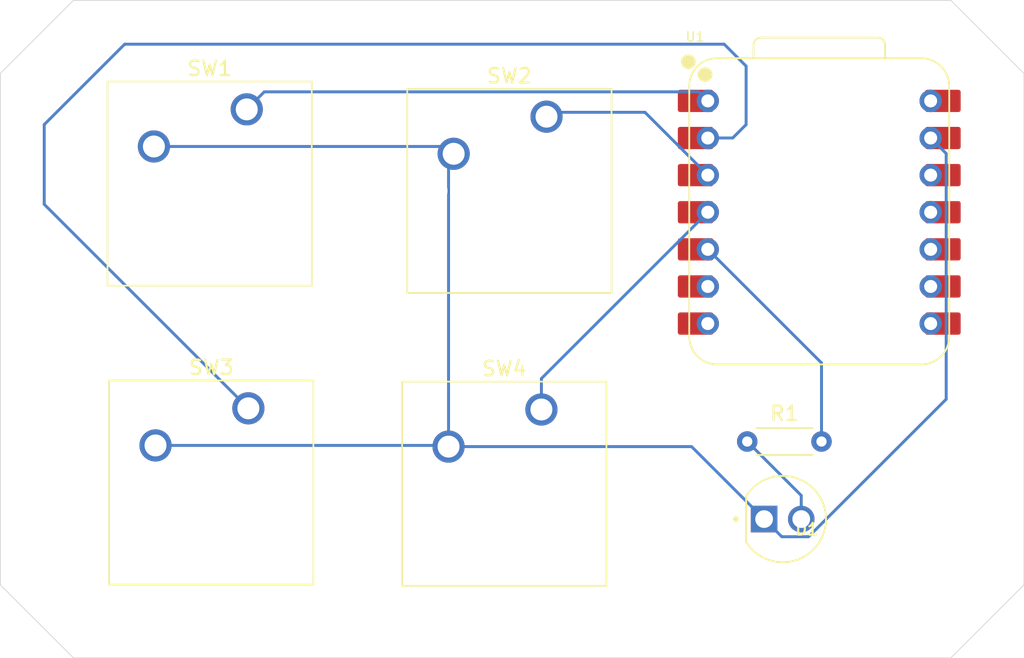
<source format=kicad_pcb>
(kicad_pcb (version 20241229) (generator "pcbnew") (generator_version "9.0")
  (layers (0 "F.Cu" signal) (2 "B.Cu" signal) (13 "F.Paste" user) (15 "B.Paste" user) (5 "F.SilkS" user "F.Silkscreen") (7 "B.SilkS" user "B.Silkscreen") (1 "F.Mask" user) (3 "B.Mask" user) (25 "Edge.Cuts" user))
  (net 0 "")
  (net 1 "Net-(D1-PadA)")
  (net 2 "GND")
  (net 3 "Led")
  (net 4 "Button1")
  (net 5 "Button3")
  (net 6 "Button2")
  (net 7 "Button4")
  (footprint "Footprints:LEDRD254W57D500H1070" (layer "F.Cu") (at 146 81)
    (property "Reference" "D1" (at 1.651 0.7015 0) (layer "F.SilkS") (effects (font (size 0.8 0.8))))
    (property "Value" "L08R5000Q1")
    (fp_line (start -2.5 -1.566) (end -2.5 1.566) (stroke (width 0.127)) (layer "F.SilkS"))
    (fp_arc (start -2.5 -1.566) (mid 2.961291 0) (end -2.5 1.566) (stroke (width 0.127)) (layer "F.SilkS"))
    (fp_circle (center -3.2 0) (end -3.1 0) (stroke (width 0.2)) (fill no) (layer "F.SilkS"))
    (pad "A" thru_hole circle (at 1.27 0) (size 1.815 1.815) (drill 1.21) (layers "*.Cu" "*.Mask") (net 1 "Net-(D1-PadA)"))
    (pad "C" thru_hole rect (at -1.27 0) (size 1.815 1.815) (drill 1.21) (layers "*.Cu" "*.Mask") (net 2 "GND"))
  )
  (footprint "Resistor_THT:R_Axial_DIN0204_L3.6mm_D1.6mm_P5.08mm_Horizontal" (layer "F.Cu") (at 143.575 75.692447)
    (property "Reference" "R1" (at 2.54 -1.92 0) (layer "F.SilkS"))
    (property "Value" "R")
    (fp_line (start 0.62 -0.92) (end 4.46 -0.92) (stroke (width 0.12)) (layer "F.SilkS"))
    (fp_line (start 0.62 0.92) (end 4.46 0.92) (stroke (width 0.12)) (layer "F.SilkS"))
    (pad "1" thru_hole circle (at 0 0) (size 1.4 1.4) (drill 0.7) (layers "*.Cu" "*.Mask") (net 1 "Net-(D1-PadA)"))
    (pad "2" thru_hole circle (at 5.08 0) (size 1.4 1.4) (drill 0.7) (layers "*.Cu" "*.Mask") (net 3 "Led"))
  )
  (footprint "Button_Switch_Keyboard:SW_Cherry_MX_1.00u_PCB" (layer "F.Cu") (at 129.85 53.46)
    (property "Reference" "SW2" (at -2.54 -2.794 0) (layer "F.SilkS"))
    (property "Value" "SW_Push")
    (fp_line (start -9.525 -1.905) (end 4.445 -1.905) (stroke (width 0.12)) (layer "F.SilkS"))
    (fp_line (start -9.525 12.065) (end -9.525 -1.905) (stroke (width 0.12)) (layer "F.SilkS"))
    (fp_line (start 4.445 -1.905) (end 4.445 12.065) (stroke (width 0.12)) (layer "F.SilkS"))
    (fp_line (start 4.445 12.065) (end -9.525 12.065) (stroke (width 0.12)) (layer "F.SilkS"))
    (pad "" np_thru_hole circle (at -7.62 5.08) (size 1.7 1.7) (drill 1.7) (layers "*.Cu" "*.Mask"))
    (pad "" np_thru_hole circle (at -2.54 5.08) (size 4 4) (drill 4) (layers "*.Cu" "*.Mask"))
    (pad "" np_thru_hole circle (at 2.54 5.08) (size 1.7 1.7) (drill 1.7) (layers "*.Cu" "*.Mask"))
    (pad "1" thru_hole circle (at 0 0) (size 2.2 2.2) (drill 1.5) (layers "*.Cu" "*.Mask") (net 5 "Button3"))
    (pad "2" thru_hole circle (at -6.35 2.54) (size 2.2 2.2) (drill 1.5) (layers "*.Cu" "*.Mask") (net 2 "GND"))
  )
  (footprint "Button_Switch_Keyboard:SW_Cherry_MX_1.00u_PCB" (layer "F.Cu") (at 109.46 73.42)
    (property "Reference" "SW3" (at -2.54 -2.794 0) (layer "F.SilkS"))
    (property "Value" "SW_Push")
    (fp_line (start -9.525 -1.905) (end 4.445 -1.905) (stroke (width 0.12)) (layer "F.SilkS"))
    (fp_line (start -9.525 12.065) (end -9.525 -1.905) (stroke (width 0.12)) (layer "F.SilkS"))
    (fp_line (start 4.445 -1.905) (end 4.445 12.065) (stroke (width 0.12)) (layer "F.SilkS"))
    (fp_line (start 4.445 12.065) (end -9.525 12.065) (stroke (width 0.12)) (layer "F.SilkS"))
    (pad "" np_thru_hole circle (at -7.62 5.08) (size 1.7 1.7) (drill 1.7) (layers "*.Cu" "*.Mask"))
    (pad "" np_thru_hole circle (at -2.54 5.08) (size 4 4) (drill 4) (layers "*.Cu" "*.Mask"))
    (pad "" np_thru_hole circle (at 2.54 5.08) (size 1.7 1.7) (drill 1.7) (layers "*.Cu" "*.Mask"))
    (pad "1" thru_hole circle (at 0 0) (size 2.2 2.2) (drill 1.5) (layers "*.Cu" "*.Mask") (net 6 "Button2"))
    (pad "2" thru_hole circle (at -6.35 2.54) (size 2.2 2.2) (drill 1.5) (layers "*.Cu" "*.Mask") (net 2 "GND"))
  )
  (footprint "Button_Switch_Keyboard:SW_Cherry_MX_1.00u_PCB" (layer "F.Cu") (at 109.35 52.96)
    (property "Reference" "SW1" (at -2.54 -2.794 0) (layer "F.SilkS"))
    (property "Value" "SW_Push")
    (fp_line (start -9.525 -1.905) (end 4.445 -1.905) (stroke (width 0.12)) (layer "F.SilkS"))
    (fp_line (start -9.525 12.065) (end -9.525 -1.905) (stroke (width 0.12)) (layer "F.SilkS"))
    (fp_line (start 4.445 -1.905) (end 4.445 12.065) (stroke (width 0.12)) (layer "F.SilkS"))
    (fp_line (start 4.445 12.065) (end -9.525 12.065) (stroke (width 0.12)) (layer "F.SilkS"))
    (pad "" np_thru_hole circle (at -7.62 5.08) (size 1.7 1.7) (drill 1.7) (layers "*.Cu" "*.Mask"))
    (pad "" np_thru_hole circle (at -2.54 5.08) (size 4 4) (drill 4) (layers "*.Cu" "*.Mask"))
    (pad "" np_thru_hole circle (at 2.54 5.08) (size 1.7 1.7) (drill 1.7) (layers "*.Cu" "*.Mask"))
    (pad "1" thru_hole circle (at 0 0) (size 2.2 2.2) (drill 1.5) (layers "*.Cu" "*.Mask") (net 4 "Button1"))
    (pad "2" thru_hole circle (at -6.35 2.54) (size 2.2 2.2) (drill 1.5) (layers "*.Cu" "*.Mask") (net 2 "GND"))
  )
  (footprint "Footprints:XIAO-RP2040-DIP (2)" (layer "F.Cu") (at 148.5 60)
    (property "Reference" "U1" (at -8.5 -12 0) (layer "F.SilkS") (effects (font (size 0.635 0.635) (thickness 0.1016))))
    (property "Value" "XIAO-RP2040-DIP")
    (fp_line (start -8.89 8.509) (end -8.89 -8.636) (stroke (width 0.127)) (layer "F.SilkS"))
    (fp_line (start -6.985 10.414) (end 6.985 10.414) (stroke (width 0.127)) (layer "F.SilkS"))
    (fp_line (start -4.495 -10.541) (end -4.491272 -11.451272) (stroke (width 0.127)) (layer "F.SilkS"))
    (fp_line (start -3.991272 -11.951) (end 4.004 -11.951) (stroke (width 0.127)) (layer "F.SilkS"))
    (fp_line (start 4.504 -11.451) (end 4.504 -10.541) (stroke (width 0.127)) (layer "F.SilkS"))
    (fp_line (start 6.985 -10.541) (end -6.985 -10.541) (stroke (width 0.1)) (layer "F.SilkS"))
    (fp_line (start 6.985 -10.541) (end -6.985 -10.541) (stroke (width 0.127)) (layer "F.SilkS"))
    (fp_line (start 8.89 8.509) (end 8.89 -8.636) (stroke (width 0.127)) (layer "F.SilkS"))
    (fp_arc (start -8.89 -8.636) (mid -8.332038 -9.983038) (end -6.985 -10.541) (stroke (width 0.127)) (layer "F.SilkS"))
    (fp_arc (start -6.985 10.414) (mid -8.332038 9.856038) (end -8.89 8.509) (stroke (width 0.127)) (layer "F.SilkS"))
    (fp_arc (start -4.491272 -11.451272) (mid -4.344728 -11.80464) (end -3.991272 -11.951) (stroke (width 0.127)) (layer "F.SilkS"))
    (fp_arc (start 4.004 -11.951) (mid 4.357553 -11.804553) (end 4.504 -11.451) (stroke (width 0.127)) (layer "F.SilkS"))
    (fp_arc (start 6.985 -10.541) (mid 8.332038 -9.983038) (end 8.89 -8.636) (stroke (width 0.127)) (layer "F.SilkS"))
    (fp_arc (start 8.89 8.509) (mid 8.332038 9.856038) (end 6.985 10.414) (stroke (width 0.127)) (layer "F.SilkS"))
    (fp_circle (center -8.95 -10.3) (end -8.95 -10.554) (stroke (width 0.5)) (fill yes) (layer "F.SilkS"))
    (fp_circle (center -7.807 -9.42) (end -7.807 -9.674) (stroke (width 0.5)) (fill yes) (layer "F.SilkS"))
    (pad "1" smd roundrect (at -8.455 -7.62 180) (size 2.432 1.524) (layers "F.Cu" "F.Mask") (roundrect_rratio 0.1) (net 4 "Button1"))
    (pad "1" thru_hole circle (at -7.62 -7.62 180) (size 1.524 1.524) (drill 0.889) (layers "*.Cu" "*.Mask") (net 4 "Button1"))
    (pad "2" smd roundrect (at -8.455 -5.08 180) (size 2.432 1.524) (layers "F.Cu" "F.Mask") (roundrect_rratio 0.1) (net 6 "Button2"))
    (pad "2" thru_hole circle (at -7.62 -5.08 180) (size 1.524 1.524) (drill 0.889) (layers "*.Cu" "*.Mask") (net 6 "Button2"))
    (pad "3" smd roundrect (at -8.455 -2.54 180) (size 2.432 1.524) (layers "F.Cu" "F.Mask") (roundrect_rratio 0.1) (net 5 "Button3"))
    (pad "3" thru_hole circle (at -7.62 -2.54 180) (size 1.524 1.524) (drill 0.889) (layers "*.Cu" "*.Mask") (net 5 "Button3"))
    (pad "4" smd roundrect (at -8.455 0 180) (size 2.432 1.524) (layers "F.Cu" "F.Mask") (roundrect_rratio 0.1) (net 7 "Button4"))
    (pad "4" thru_hole circle (at -7.62 0 180) (size 1.524 1.524) (drill 0.889) (layers "*.Cu" "*.Mask") (net 7 "Button4"))
    (pad "5" smd roundrect (at -8.455 2.54 180) (size 2.432 1.524) (layers "F.Cu" "F.Mask") (roundrect_rratio 0.1) (net 3 "Led"))
    (pad "5" thru_hole circle (at -7.62 2.54 180) (size 1.524 1.524) (drill 0.889) (layers "*.Cu" "*.Mask") (net 3 "Led"))
    (pad "6" smd roundrect (at -8.455 5.08 180) (size 2.432 1.524) (layers "F.Cu" "F.Mask") (roundrect_rratio 0.1))
    (pad "6" thru_hole circle (at -7.62 5.08 180) (size 1.524 1.524) (drill 0.889) (layers "*.Cu" "*.Mask"))
    (pad "7" smd roundrect (at -8.455 7.62 180) (size 2.432 1.524) (layers "F.Cu" "F.Mask") (roundrect_rratio 0.1))
    (pad "7" thru_hole circle (at -7.62 7.62 180) (size 1.524 1.524) (drill 0.889) (layers "*.Cu" "*.Mask"))
    (pad "8" thru_hole circle (at 7.62 7.62) (size 1.524 1.524) (drill 0.889) (layers "*.Cu" "*.Mask"))
    (pad "8" smd roundrect (at 8.455 7.62) (size 2.432 1.524) (layers "F.Cu" "F.Mask") (roundrect_rratio 0.1))
    (pad "9" thru_hole circle (at 7.62 5.08) (size 1.524 1.524) (drill 0.889) (layers "*.Cu" "*.Mask"))
    (pad "9" smd roundrect (at 8.455 5.08) (size 2.432 1.524) (layers "F.Cu" "F.Mask") (roundrect_rratio 0.1))
    (pad "10" thru_hole circle (at 7.62 2.54) (size 1.524 1.524) (drill 0.889) (layers "*.Cu" "*.Mask"))
    (pad "10" smd roundrect (at 8.455 2.54) (size 2.432 1.524) (layers "F.Cu" "F.Mask") (roundrect_rratio 0.1))
    (pad "11" thru_hole circle (at 7.62 0) (size 1.524 1.524) (drill 0.889) (layers "*.Cu" "*.Mask"))
    (pad "11" smd roundrect (at 8.455 0) (size 2.432 1.524) (layers "F.Cu" "F.Mask") (roundrect_rratio 0.1))
    (pad "12" thru_hole circle (at 7.62 -2.54) (size 1.524 1.524) (drill 0.889) (layers "*.Cu" "*.Mask"))
    (pad "12" smd roundrect (at 8.455 -2.54) (size 2.432 1.524) (layers "F.Cu" "F.Mask") (roundrect_rratio 0.1))
    (pad "13" thru_hole circle (at 7.62 -5.08) (size 1.524 1.524) (drill 0.889) (layers "*.Cu" "*.Mask") (net 2 "GND"))
    (pad "13" smd roundrect (at 8.455 -5.08) (size 2.432 1.524) (layers "F.Cu" "F.Mask") (roundrect_rratio 0.1) (net 2 "GND"))
    (pad "14" thru_hole circle (at 7.62 -7.62) (size 1.524 1.524) (drill 0.889) (layers "*.Cu" "*.Mask"))
    (pad "14" smd roundrect (at 8.455 -7.62) (size 2.432 1.524) (layers "F.Cu" "F.Mask") (roundrect_rratio 0.1))
  )
  (footprint "Button_Switch_Keyboard:SW_Cherry_MX_1.00u_PCB" (layer "F.Cu") (at 129.5 73.5)
    (property "Reference" "SW4" (at -2.54 -2.794 0) (layer "F.SilkS"))
    (property "Value" "SW_Push")
    (fp_line (start -9.525 -1.905) (end 4.445 -1.905) (stroke (width 0.12)) (layer "F.SilkS"))
    (fp_line (start -9.525 12.065) (end -9.525 -1.905) (stroke (width 0.12)) (layer "F.SilkS"))
    (fp_line (start 4.445 -1.905) (end 4.445 12.065) (stroke (width 0.12)) (layer "F.SilkS"))
    (fp_line (start 4.445 12.065) (end -9.525 12.065) (stroke (width 0.12)) (layer "F.SilkS"))
    (pad "" np_thru_hole circle (at -7.62 5.08) (size 1.7 1.7) (drill 1.7) (layers "*.Cu" "*.Mask"))
    (pad "" np_thru_hole circle (at -2.54 5.08) (size 4 4) (drill 4) (layers "*.Cu" "*.Mask"))
    (pad "" np_thru_hole circle (at 2.54 5.08) (size 1.7 1.7) (drill 1.7) (layers "*.Cu" "*.Mask"))
    (pad "1" thru_hole circle (at 0 0) (size 2.2 2.2) (drill 1.5) (layers "*.Cu" "*.Mask") (net 7 "Button4"))
    (pad "2" thru_hole circle (at -6.35 2.54) (size 2.2 2.2) (drill 1.5) (layers "*.Cu" "*.Mask") (net 2 "GND"))
  )
  (gr_line (start 157.5 90.5) (end 97.5 90.5) (stroke (width 0.05)) (layer "Edge.Cuts"))
  (gr_line (start 157.5 45.5) (end 97.5 45.5) (stroke (width 0.05)) (layer "Edge.Cuts"))
  (gr_line (start 97.5 90.5) (end 92.5 85.5) (stroke (width 0.05)) (layer "Edge.Cuts"))
  (gr_line (start 92.5 50.5) (end 92.5 85.5) (stroke (width 0.05)) (layer "Edge.Cuts"))
  (gr_line (start 162.5 50.5) (end 162.5 85.5) (stroke (width 0.05)) (layer "Edge.Cuts"))
  (gr_line (start 157.5 45.5) (end 162.5 50.5) (stroke (width 0.05)) (layer "Edge.Cuts"))
  (gr_line (start 97.5 45.5) (end 92.5 50.5) (stroke (width 0.05)) (layer "Edge.Cuts"))
  (gr_line (start 162.5 85.5) (end 157.5 90.5) (stroke (width 0.05)) (layer "Edge.Cuts"))
  (segment (start 143.575 75.692447) (end 147.27 79.387447) (width 0.2) (layer "B.Cu") (net 1))
  (segment (start 147.27 79.387447) (end 147.27 81) (width 0.2) (layer "B.Cu") (net 1))
  (segment (start 123.019 55.7005) (end 122.8185 55.5) (width 0.2) (layer "B.Cu") (net 2))
  (segment (start 123.15 55.8315) (end 123.019 55.7005) (width 0.2) (layer "B.Cu") (net 2))
  (segment (start 157.183 72.796078) (end 157.183 55.983) (width 0.2) (layer "B.Cu") (net 2))
  (segment (start 123.15 76.04) (end 123.15 55.8315) (width 0.2) (layer "B.Cu") (net 2))
  (segment (start 145.9385 82.2085) (end 147.770578 82.2085) (width 0.2) (layer "B.Cu") (net 2))
  (segment (start 103.11 75.96) (end 123.07 75.96) (width 0.2) (layer "B.Cu") (net 2))
  (segment (start 123.46 76.04) (end 123.15 76.04) (width 0.2) (layer "B.Cu") (net 2))
  (segment (start 123.46 76.04) (end 123.5 76) (width 0.2) (layer "B.Cu") (net 2))
  (segment (start 123.07 75.96) (end 123.15 76.04) (width 0.2) (layer "B.Cu") (net 2))
  (segment (start 144.73 81) (end 145.9385 82.2085) (width 0.2) (layer "B.Cu") (net 2))
  (segment (start 144.73 81) (end 139.77 76.04) (width 0.2) (layer "B.Cu") (net 2))
  (segment (start 122.8185 55.5) (end 103 55.5) (width 0.2) (layer "B.Cu") (net 2))
  (segment (start 139.77 76.04) (end 123.15 76.04) (width 0.2) (layer "B.Cu") (net 2))
  (segment (start 147.770578 82.2085) (end 157.183 72.796078) (width 0.2) (layer "B.Cu") (net 2))
  (segment (start 157.183 55.983) (end 156.12 54.92) (width 0.2) (layer "B.Cu") (net 2))
  (segment (start 148.655 75.692447) (end 148.655 70.315) (width 0.2) (layer "B.Cu") (net 3))
  (segment (start 148.655 70.315) (end 140.88 62.54) (width 0.2) (layer "B.Cu") (net 3))
  (segment (start 140.2595 51.7595) (end 140.88 52.38) (width 0.2) (layer "B.Cu") (net 4))
  (segment (start 109.35 52.96) (end 110.5505 51.7595) (width 0.2) (layer "B.Cu") (net 4))
  (segment (start 110.5505 51.7595) (end 140.2595 51.7595) (width 0.2) (layer "B.Cu") (net 4))
  (segment (start 136.5805 53.1605) (end 140.88 57.46) (width 0.2) (layer "B.Cu") (net 5))
  (segment (start 129.369 53.1605) (end 136.5805 53.1605) (width 0.2) (layer "B.Cu") (net 5))
  (segment (start 109.46 73.42) (end 95.5 59.46) (width 0.2) (layer "B.Cu") (net 6))
  (segment (start 143.5 54) (end 143.5 50) (width 0.2) (layer "B.Cu") (net 6))
  (segment (start 95.5 59.46) (end 95.5 54) (width 0.2) (layer "B.Cu") (net 6))
  (segment (start 95.5 54) (end 101 48.5) (width 0.2) (layer "B.Cu") (net 6))
  (segment (start 140.88 54.92) (end 142.58 54.92) (width 0.2) (layer "B.Cu") (net 6))
  (segment (start 142.58 54.92) (end 143.5 54) (width 0.2) (layer "B.Cu") (net 6))
  (segment (start 101 48.5) (end 142 48.5) (width 0.2) (layer "B.Cu") (net 6))
  (segment (start 143.5 50) (end 142 48.5) (width 0.2) (layer "B.Cu") (net 6))
  (segment (start 129.5 73.5) (end 129.5 71.38) (width 0.2) (layer "B.Cu") (net 7))
  (segment (start 129.5 71.38) (end 140.88 60) (width 0.2) (layer "B.Cu") (net 7))
)
</source>
